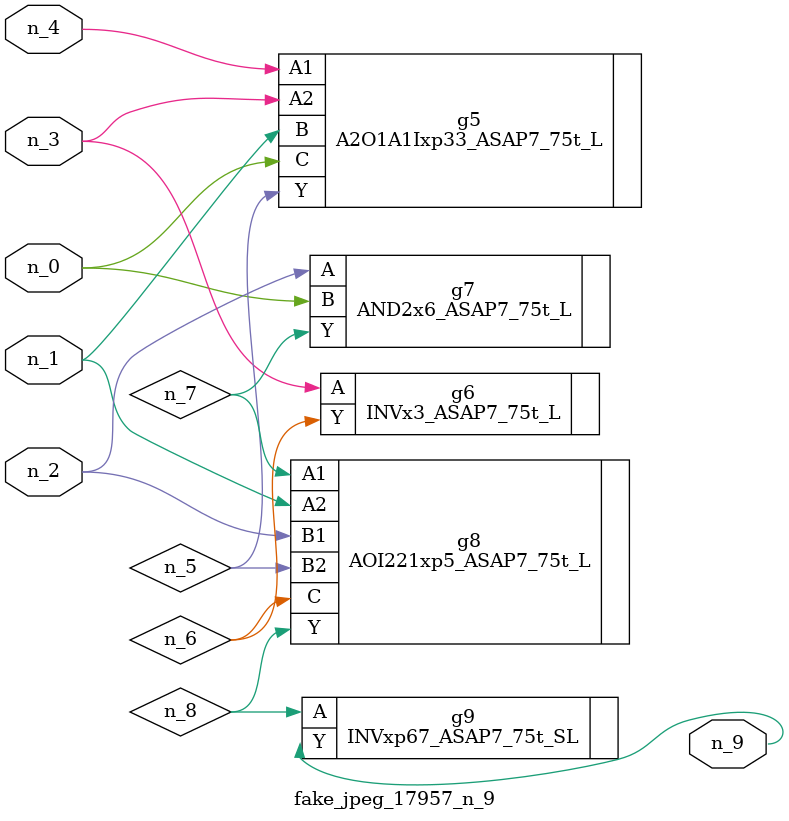
<source format=v>
module fake_jpeg_17957_n_9 (n_3, n_2, n_1, n_0, n_4, n_9);

input n_3;
input n_2;
input n_1;
input n_0;
input n_4;

output n_9;

wire n_8;
wire n_6;
wire n_5;
wire n_7;

A2O1A1Ixp33_ASAP7_75t_L g5 ( 
.A1(n_4),
.A2(n_3),
.B(n_1),
.C(n_0),
.Y(n_5)
);

INVx3_ASAP7_75t_L g6 ( 
.A(n_3),
.Y(n_6)
);

AND2x6_ASAP7_75t_L g7 ( 
.A(n_2),
.B(n_0),
.Y(n_7)
);

AOI221xp5_ASAP7_75t_L g8 ( 
.A1(n_7),
.A2(n_1),
.B1(n_2),
.B2(n_5),
.C(n_6),
.Y(n_8)
);

INVxp67_ASAP7_75t_SL g9 ( 
.A(n_8),
.Y(n_9)
);


endmodule
</source>
